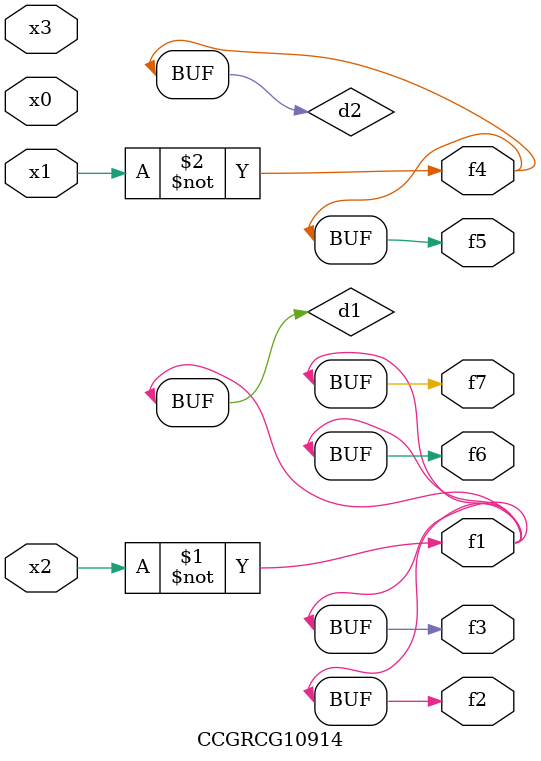
<source format=v>
module CCGRCG10914(
	input x0, x1, x2, x3,
	output f1, f2, f3, f4, f5, f6, f7
);

	wire d1, d2;

	xnor (d1, x2);
	not (d2, x1);
	assign f1 = d1;
	assign f2 = d1;
	assign f3 = d1;
	assign f4 = d2;
	assign f5 = d2;
	assign f6 = d1;
	assign f7 = d1;
endmodule

</source>
